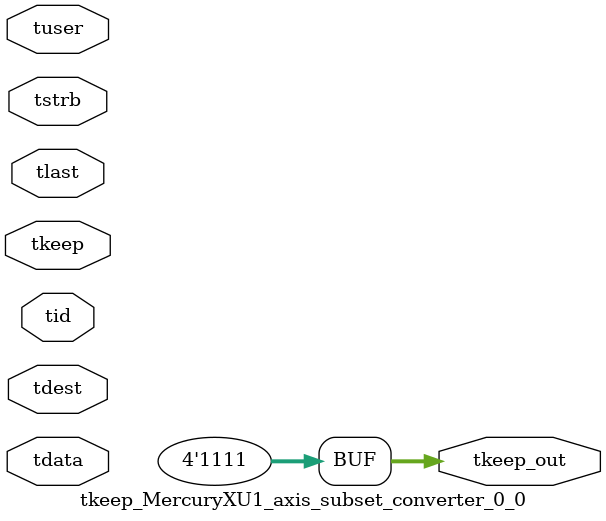
<source format=v>


`timescale 1ps/1ps

module tkeep_MercuryXU1_axis_subset_converter_0_0 #
(
parameter C_S_AXIS_TDATA_WIDTH = 32,
parameter C_S_AXIS_TUSER_WIDTH = 0,
parameter C_S_AXIS_TID_WIDTH   = 0,
parameter C_S_AXIS_TDEST_WIDTH = 0,
parameter C_M_AXIS_TDATA_WIDTH = 32
)
(
input  [(C_S_AXIS_TDATA_WIDTH == 0 ? 1 : C_S_AXIS_TDATA_WIDTH)-1:0     ] tdata,
input  [(C_S_AXIS_TUSER_WIDTH == 0 ? 1 : C_S_AXIS_TUSER_WIDTH)-1:0     ] tuser,
input  [(C_S_AXIS_TID_WIDTH   == 0 ? 1 : C_S_AXIS_TID_WIDTH)-1:0       ] tid,
input  [(C_S_AXIS_TDEST_WIDTH == 0 ? 1 : C_S_AXIS_TDEST_WIDTH)-1:0     ] tdest,
input  [(C_S_AXIS_TDATA_WIDTH/8)-1:0 ] tkeep,
input  [(C_S_AXIS_TDATA_WIDTH/8)-1:0 ] tstrb,
input                                                                    tlast,
output [(C_M_AXIS_TDATA_WIDTH/8)-1:0 ] tkeep_out
);

assign tkeep_out = {4'b1111};

endmodule


</source>
